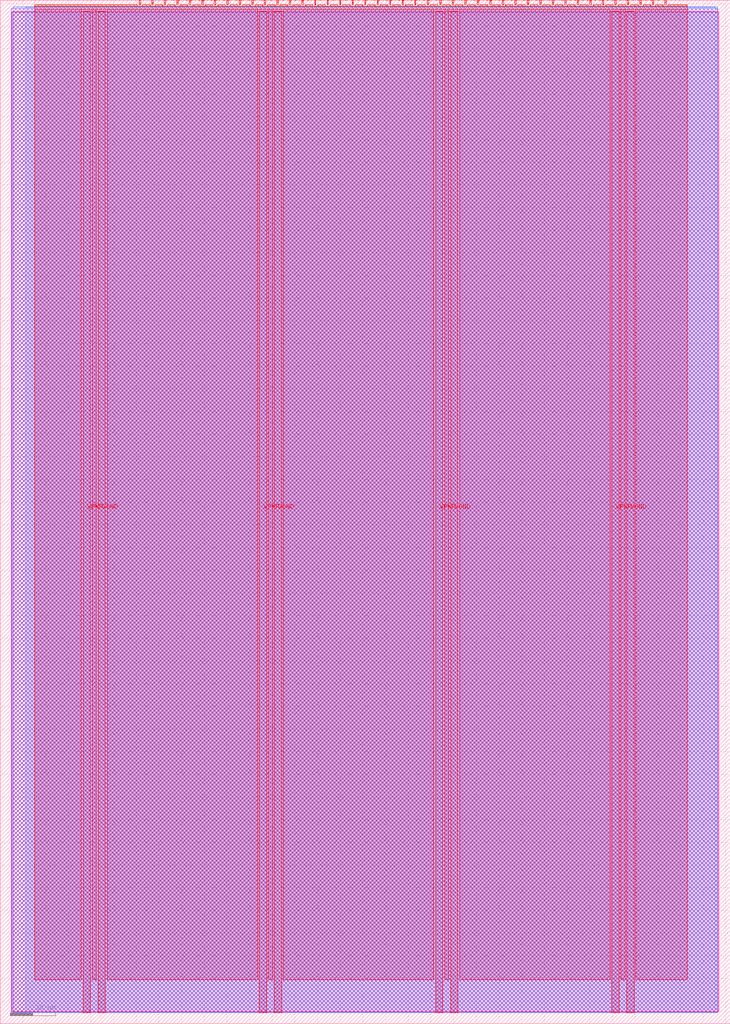
<source format=lef>
VERSION 5.7 ;
  NOWIREEXTENSIONATPIN ON ;
  DIVIDERCHAR "/" ;
  BUSBITCHARS "[]" ;
MACRO tt_um_MichaelBell_mandelbrot
  CLASS BLOCK ;
  FOREIGN tt_um_MichaelBell_mandelbrot ;
  ORIGIN 0.000 0.000 ;
  SIZE 161.000 BY 225.760 ;
  PIN VGND
    DIRECTION INOUT ;
    USE GROUND ;
    PORT
      LAYER met4 ;
        RECT 21.580 2.480 23.180 223.280 ;
    END
    PORT
      LAYER met4 ;
        RECT 60.450 2.480 62.050 223.280 ;
    END
    PORT
      LAYER met4 ;
        RECT 99.320 2.480 100.920 223.280 ;
    END
    PORT
      LAYER met4 ;
        RECT 138.190 2.480 139.790 223.280 ;
    END
  END VGND
  PIN VPWR
    DIRECTION INOUT ;
    USE POWER ;
    PORT
      LAYER met4 ;
        RECT 18.280 2.480 19.880 223.280 ;
    END
    PORT
      LAYER met4 ;
        RECT 57.150 2.480 58.750 223.280 ;
    END
    PORT
      LAYER met4 ;
        RECT 96.020 2.480 97.620 223.280 ;
    END
    PORT
      LAYER met4 ;
        RECT 134.890 2.480 136.490 223.280 ;
    END
  END VPWR
  PIN clk
    DIRECTION INPUT ;
    USE SIGNAL ;
    ANTENNAGATEAREA 0.852000 ;
    ANTENNADIFFAREA 0.434700 ;
    PORT
      LAYER met4 ;
        RECT 143.830 224.760 144.130 225.760 ;
    END
  END clk
  PIN ena
    DIRECTION INPUT ;
    USE SIGNAL ;
    PORT
      LAYER met4 ;
        RECT 146.590 224.760 146.890 225.760 ;
    END
  END ena
  PIN rst_n
    DIRECTION INPUT ;
    USE SIGNAL ;
    ANTENNAGATEAREA 0.126000 ;
    ANTENNADIFFAREA 0.434700 ;
    PORT
      LAYER met4 ;
        RECT 141.070 224.760 141.370 225.760 ;
    END
  END rst_n
  PIN ui_in[0]
    DIRECTION INPUT ;
    USE SIGNAL ;
    ANTENNAGATEAREA 0.126000 ;
    ANTENNADIFFAREA 0.434700 ;
    PORT
      LAYER met4 ;
        RECT 138.310 224.760 138.610 225.760 ;
    END
  END ui_in[0]
  PIN ui_in[1]
    DIRECTION INPUT ;
    USE SIGNAL ;
    ANTENNAGATEAREA 0.213000 ;
    ANTENNADIFFAREA 0.434700 ;
    PORT
      LAYER met4 ;
        RECT 135.550 224.760 135.850 225.760 ;
    END
  END ui_in[1]
  PIN ui_in[2]
    DIRECTION INPUT ;
    USE SIGNAL ;
    ANTENNAGATEAREA 0.213000 ;
    ANTENNADIFFAREA 0.434700 ;
    PORT
      LAYER met4 ;
        RECT 132.790 224.760 133.090 225.760 ;
    END
  END ui_in[2]
  PIN ui_in[3]
    DIRECTION INPUT ;
    USE SIGNAL ;
    ANTENNAGATEAREA 0.196500 ;
    ANTENNADIFFAREA 0.434700 ;
    PORT
      LAYER met4 ;
        RECT 130.030 224.760 130.330 225.760 ;
    END
  END ui_in[3]
  PIN ui_in[4]
    DIRECTION INPUT ;
    USE SIGNAL ;
    ANTENNAGATEAREA 0.196500 ;
    ANTENNADIFFAREA 0.434700 ;
    PORT
      LAYER met4 ;
        RECT 127.270 224.760 127.570 225.760 ;
    END
  END ui_in[4]
  PIN ui_in[5]
    DIRECTION INPUT ;
    USE SIGNAL ;
    ANTENNAGATEAREA 0.196500 ;
    ANTENNADIFFAREA 0.434700 ;
    PORT
      LAYER met4 ;
        RECT 124.510 224.760 124.810 225.760 ;
    END
  END ui_in[5]
  PIN ui_in[6]
    DIRECTION INPUT ;
    USE SIGNAL ;
    ANTENNAGATEAREA 0.196500 ;
    ANTENNADIFFAREA 0.434700 ;
    PORT
      LAYER met4 ;
        RECT 121.750 224.760 122.050 225.760 ;
    END
  END ui_in[6]
  PIN ui_in[7]
    DIRECTION INPUT ;
    USE SIGNAL ;
    ANTENNAGATEAREA 0.196500 ;
    ANTENNADIFFAREA 0.434700 ;
    PORT
      LAYER met4 ;
        RECT 118.990 224.760 119.290 225.760 ;
    END
  END ui_in[7]
  PIN uio_in[0]
    DIRECTION INPUT ;
    USE SIGNAL ;
    ANTENNAGATEAREA 0.196500 ;
    ANTENNADIFFAREA 0.434700 ;
    PORT
      LAYER met4 ;
        RECT 116.230 224.760 116.530 225.760 ;
    END
  END uio_in[0]
  PIN uio_in[1]
    DIRECTION INPUT ;
    USE SIGNAL ;
    ANTENNAGATEAREA 0.196500 ;
    ANTENNADIFFAREA 0.434700 ;
    PORT
      LAYER met4 ;
        RECT 113.470 224.760 113.770 225.760 ;
    END
  END uio_in[1]
  PIN uio_in[2]
    DIRECTION INPUT ;
    USE SIGNAL ;
    ANTENNAGATEAREA 0.126000 ;
    ANTENNADIFFAREA 0.434700 ;
    PORT
      LAYER met4 ;
        RECT 110.710 224.760 111.010 225.760 ;
    END
  END uio_in[2]
  PIN uio_in[3]
    DIRECTION INPUT ;
    USE SIGNAL ;
    ANTENNAGATEAREA 0.196500 ;
    ANTENNADIFFAREA 0.434700 ;
    PORT
      LAYER met4 ;
        RECT 107.950 224.760 108.250 225.760 ;
    END
  END uio_in[3]
  PIN uio_in[4]
    DIRECTION INPUT ;
    USE SIGNAL ;
    ANTENNAGATEAREA 0.196500 ;
    ANTENNADIFFAREA 0.434700 ;
    PORT
      LAYER met4 ;
        RECT 105.190 224.760 105.490 225.760 ;
    END
  END uio_in[4]
  PIN uio_in[5]
    DIRECTION INPUT ;
    USE SIGNAL ;
    ANTENNAGATEAREA 0.196500 ;
    ANTENNADIFFAREA 0.434700 ;
    PORT
      LAYER met4 ;
        RECT 102.430 224.760 102.730 225.760 ;
    END
  END uio_in[5]
  PIN uio_in[6]
    DIRECTION INPUT ;
    USE SIGNAL ;
    ANTENNAGATEAREA 0.196500 ;
    ANTENNADIFFAREA 0.434700 ;
    PORT
      LAYER met4 ;
        RECT 99.670 224.760 99.970 225.760 ;
    END
  END uio_in[6]
  PIN uio_in[7]
    DIRECTION INPUT ;
    USE SIGNAL ;
    ANTENNAGATEAREA 0.196500 ;
    ANTENNADIFFAREA 0.434700 ;
    PORT
      LAYER met4 ;
        RECT 96.910 224.760 97.210 225.760 ;
    END
  END uio_in[7]
  PIN uio_oe[0]
    DIRECTION OUTPUT ;
    USE SIGNAL ;
    PORT
      LAYER met4 ;
        RECT 49.990 224.760 50.290 225.760 ;
    END
  END uio_oe[0]
  PIN uio_oe[1]
    DIRECTION OUTPUT ;
    USE SIGNAL ;
    ANTENNADIFFAREA 0.445500 ;
    PORT
      LAYER met4 ;
        RECT 47.230 224.760 47.530 225.760 ;
    END
  END uio_oe[1]
  PIN uio_oe[2]
    DIRECTION OUTPUT ;
    USE SIGNAL ;
    ANTENNADIFFAREA 0.445500 ;
    PORT
      LAYER met4 ;
        RECT 44.470 224.760 44.770 225.760 ;
    END
  END uio_oe[2]
  PIN uio_oe[3]
    DIRECTION OUTPUT ;
    USE SIGNAL ;
    ANTENNADIFFAREA 0.445500 ;
    PORT
      LAYER met4 ;
        RECT 41.710 224.760 42.010 225.760 ;
    END
  END uio_oe[3]
  PIN uio_oe[4]
    DIRECTION OUTPUT ;
    USE SIGNAL ;
    ANTENNADIFFAREA 0.445500 ;
    PORT
      LAYER met4 ;
        RECT 38.950 224.760 39.250 225.760 ;
    END
  END uio_oe[4]
  PIN uio_oe[5]
    DIRECTION OUTPUT ;
    USE SIGNAL ;
    ANTENNADIFFAREA 0.445500 ;
    PORT
      LAYER met4 ;
        RECT 36.190 224.760 36.490 225.760 ;
    END
  END uio_oe[5]
  PIN uio_oe[6]
    DIRECTION OUTPUT ;
    USE SIGNAL ;
    ANTENNADIFFAREA 0.445500 ;
    PORT
      LAYER met4 ;
        RECT 33.430 224.760 33.730 225.760 ;
    END
  END uio_oe[6]
  PIN uio_oe[7]
    DIRECTION OUTPUT ;
    USE SIGNAL ;
    ANTENNADIFFAREA 0.445500 ;
    PORT
      LAYER met4 ;
        RECT 30.670 224.760 30.970 225.760 ;
    END
  END uio_oe[7]
  PIN uio_out[0]
    DIRECTION OUTPUT ;
    USE SIGNAL ;
    ANTENNADIFFAREA 0.445500 ;
    PORT
      LAYER met4 ;
        RECT 72.070 224.760 72.370 225.760 ;
    END
  END uio_out[0]
  PIN uio_out[1]
    DIRECTION OUTPUT ;
    USE SIGNAL ;
    ANTENNADIFFAREA 0.445500 ;
    PORT
      LAYER met4 ;
        RECT 69.310 224.760 69.610 225.760 ;
    END
  END uio_out[1]
  PIN uio_out[2]
    DIRECTION OUTPUT ;
    USE SIGNAL ;
    ANTENNADIFFAREA 0.445500 ;
    PORT
      LAYER met4 ;
        RECT 66.550 224.760 66.850 225.760 ;
    END
  END uio_out[2]
  PIN uio_out[3]
    DIRECTION OUTPUT ;
    USE SIGNAL ;
    ANTENNADIFFAREA 0.445500 ;
    PORT
      LAYER met4 ;
        RECT 63.790 224.760 64.090 225.760 ;
    END
  END uio_out[3]
  PIN uio_out[4]
    DIRECTION OUTPUT ;
    USE SIGNAL ;
    ANTENNADIFFAREA 0.445500 ;
    PORT
      LAYER met4 ;
        RECT 61.030 224.760 61.330 225.760 ;
    END
  END uio_out[4]
  PIN uio_out[5]
    DIRECTION OUTPUT ;
    USE SIGNAL ;
    ANTENNADIFFAREA 0.445500 ;
    PORT
      LAYER met4 ;
        RECT 58.270 224.760 58.570 225.760 ;
    END
  END uio_out[5]
  PIN uio_out[6]
    DIRECTION OUTPUT ;
    USE SIGNAL ;
    ANTENNADIFFAREA 0.445500 ;
    PORT
      LAYER met4 ;
        RECT 55.510 224.760 55.810 225.760 ;
    END
  END uio_out[6]
  PIN uio_out[7]
    DIRECTION OUTPUT ;
    USE SIGNAL ;
    ANTENNADIFFAREA 0.445500 ;
    PORT
      LAYER met4 ;
        RECT 52.750 224.760 53.050 225.760 ;
    END
  END uio_out[7]
  PIN uo_out[0]
    DIRECTION OUTPUT ;
    USE SIGNAL ;
    ANTENNADIFFAREA 1.898500 ;
    PORT
      LAYER met4 ;
        RECT 94.150 224.760 94.450 225.760 ;
    END
  END uo_out[0]
  PIN uo_out[1]
    DIRECTION OUTPUT ;
    USE SIGNAL ;
    ANTENNADIFFAREA 0.911000 ;
    PORT
      LAYER met4 ;
        RECT 91.390 224.760 91.690 225.760 ;
    END
  END uo_out[1]
  PIN uo_out[2]
    DIRECTION OUTPUT ;
    USE SIGNAL ;
    ANTENNADIFFAREA 0.462000 ;
    PORT
      LAYER met4 ;
        RECT 88.630 224.760 88.930 225.760 ;
    END
  END uo_out[2]
  PIN uo_out[3]
    DIRECTION OUTPUT ;
    USE SIGNAL ;
    ANTENNADIFFAREA 0.445500 ;
    PORT
      LAYER met4 ;
        RECT 85.870 224.760 86.170 225.760 ;
    END
  END uo_out[3]
  PIN uo_out[4]
    DIRECTION OUTPUT ;
    USE SIGNAL ;
    ANTENNADIFFAREA 0.453750 ;
    PORT
      LAYER met4 ;
        RECT 83.110 224.760 83.410 225.760 ;
    END
  END uo_out[4]
  PIN uo_out[5]
    DIRECTION OUTPUT ;
    USE SIGNAL ;
    ANTENNADIFFAREA 0.891000 ;
    PORT
      LAYER met4 ;
        RECT 80.350 224.760 80.650 225.760 ;
    END
  END uo_out[5]
  PIN uo_out[6]
    DIRECTION OUTPUT ;
    USE SIGNAL ;
    ANTENNADIFFAREA 0.891000 ;
    PORT
      LAYER met4 ;
        RECT 77.590 224.760 77.890 225.760 ;
    END
  END uo_out[6]
  PIN uo_out[7]
    DIRECTION OUTPUT ;
    USE SIGNAL ;
    ANTENNADIFFAREA 0.445500 ;
    PORT
      LAYER met4 ;
        RECT 74.830 224.760 75.130 225.760 ;
    END
  END uo_out[7]
  OBS
      LAYER nwell ;
        RECT 2.570 2.635 158.430 223.230 ;
      LAYER li1 ;
        RECT 2.760 2.635 158.240 223.125 ;
      LAYER met1 ;
        RECT 2.460 2.480 158.240 224.020 ;
      LAYER met2 ;
        RECT 2.860 2.535 158.140 224.245 ;
      LAYER met3 ;
        RECT 5.585 2.555 157.715 224.225 ;
      LAYER met4 ;
        RECT 7.655 224.360 30.270 224.760 ;
        RECT 31.370 224.360 33.030 224.760 ;
        RECT 34.130 224.360 35.790 224.760 ;
        RECT 36.890 224.360 38.550 224.760 ;
        RECT 39.650 224.360 41.310 224.760 ;
        RECT 42.410 224.360 44.070 224.760 ;
        RECT 45.170 224.360 46.830 224.760 ;
        RECT 47.930 224.360 49.590 224.760 ;
        RECT 50.690 224.360 52.350 224.760 ;
        RECT 53.450 224.360 55.110 224.760 ;
        RECT 56.210 224.360 57.870 224.760 ;
        RECT 58.970 224.360 60.630 224.760 ;
        RECT 61.730 224.360 63.390 224.760 ;
        RECT 64.490 224.360 66.150 224.760 ;
        RECT 67.250 224.360 68.910 224.760 ;
        RECT 70.010 224.360 71.670 224.760 ;
        RECT 72.770 224.360 74.430 224.760 ;
        RECT 75.530 224.360 77.190 224.760 ;
        RECT 78.290 224.360 79.950 224.760 ;
        RECT 81.050 224.360 82.710 224.760 ;
        RECT 83.810 224.360 85.470 224.760 ;
        RECT 86.570 224.360 88.230 224.760 ;
        RECT 89.330 224.360 90.990 224.760 ;
        RECT 92.090 224.360 93.750 224.760 ;
        RECT 94.850 224.360 96.510 224.760 ;
        RECT 97.610 224.360 99.270 224.760 ;
        RECT 100.370 224.360 102.030 224.760 ;
        RECT 103.130 224.360 104.790 224.760 ;
        RECT 105.890 224.360 107.550 224.760 ;
        RECT 108.650 224.360 110.310 224.760 ;
        RECT 111.410 224.360 113.070 224.760 ;
        RECT 114.170 224.360 115.830 224.760 ;
        RECT 116.930 224.360 118.590 224.760 ;
        RECT 119.690 224.360 121.350 224.760 ;
        RECT 122.450 224.360 124.110 224.760 ;
        RECT 125.210 224.360 126.870 224.760 ;
        RECT 127.970 224.360 129.630 224.760 ;
        RECT 130.730 224.360 132.390 224.760 ;
        RECT 133.490 224.360 135.150 224.760 ;
        RECT 136.250 224.360 137.910 224.760 ;
        RECT 139.010 224.360 140.670 224.760 ;
        RECT 141.770 224.360 143.430 224.760 ;
        RECT 144.530 224.360 146.190 224.760 ;
        RECT 147.290 224.360 151.505 224.760 ;
        RECT 7.655 223.680 151.505 224.360 ;
        RECT 7.655 9.695 17.880 223.680 ;
        RECT 20.280 9.695 21.180 223.680 ;
        RECT 23.580 9.695 56.750 223.680 ;
        RECT 59.150 9.695 60.050 223.680 ;
        RECT 62.450 9.695 95.620 223.680 ;
        RECT 98.020 9.695 98.920 223.680 ;
        RECT 101.320 9.695 134.490 223.680 ;
        RECT 136.890 9.695 137.790 223.680 ;
        RECT 140.190 9.695 151.505 223.680 ;
  END
END tt_um_MichaelBell_mandelbrot
END LIBRARY


</source>
